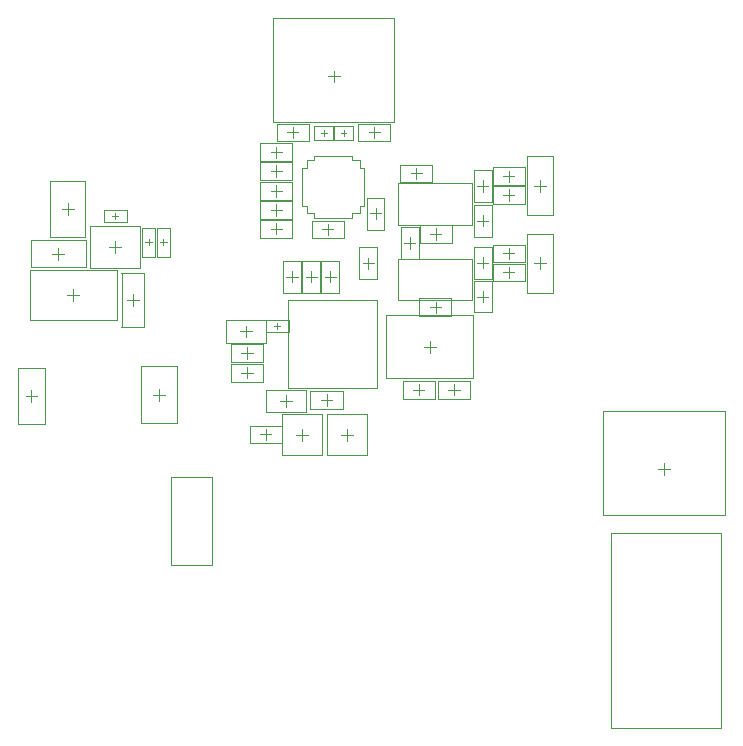
<source format=gbr>
%FSTAX23Y23*%
%MOIN*%
%SFA1B1*%

%IPPOS*%
%ADD114C,0.003937*%
%ADD117C,0.001968*%
%LNpcb_power_measurement_mechanical_15-1*%
%LPD*%
G54D114*
X03654Y03049D02*
X03692D01*
X03673Y0303D02*
Y03067D01*
X04085Y0273D02*
Y02769D01*
X04065Y0275D02*
X04104D01*
X03895Y02619D02*
Y02657D01*
X03876Y02638D02*
X03913D01*
X03895Y02872D02*
Y02909D01*
X03876Y02891D02*
X03913D01*
X04479Y02063D02*
X04498D01*
Y02082*
Y02063D02*
X04518D01*
X04498Y02043D02*
Y02063D01*
X03199Y02539D02*
X0322D01*
X0321Y02529D02*
Y0255D01*
X03218Y0229D02*
X03257D01*
X03238Y0227D02*
Y0231D01*
X03737Y02584D02*
Y02621D01*
X03718Y02603D02*
X03755D01*
X03895Y02988D02*
Y03026D01*
X03876Y03007D02*
X03913D01*
X03355Y02293D02*
X03392D01*
X03374Y02274D02*
Y02312D01*
X03895Y02732D02*
Y02769D01*
X03876Y02751D02*
X03913D01*
X02796Y02311D02*
X02835D01*
X02815Y02291D02*
Y02331D01*
X0251Y02643D02*
X0255D01*
X0253Y02624D02*
Y02663D01*
X0239Y02287D02*
Y02326D01*
X02371Y02307D02*
X0241D01*
X02669Y02783D02*
Y02822D01*
X02649Y02803D02*
X02688D01*
X0267Y02895D02*
Y02915D01*
X0266Y02905D02*
X0268D01*
X02809Y02868D02*
X02852D01*
X02809Y02771D02*
X02852D01*
Y02868*
X02809Y02771D02*
Y02868D01*
X0283Y02809D02*
Y0283D01*
X02819Y02819D02*
X02841D01*
X02759Y02771D02*
X02803D01*
X02759Y02868D02*
X02803D01*
X02759Y02771D02*
Y02868D01*
X02803Y02771D02*
Y02868D01*
X02781Y02809D02*
Y0283D01*
X0277Y02819D02*
X02792D01*
X0246Y0278D02*
X025D01*
X0248Y0276D02*
Y028D01*
X02727Y02607D02*
Y02646D01*
X02707Y02626D02*
X02747D01*
X02492Y0293D02*
X02531D01*
X02511Y0291D02*
Y02949D01*
X04085Y02987D02*
Y03027D01*
X04065Y03007D02*
X04104D01*
X03962Y02977D02*
X03999D01*
X03981Y02958D02*
Y02995D01*
X03962Y02782D02*
X03999D01*
X03981Y02763D02*
Y028D01*
X03962Y02719D02*
X03999D01*
X03981Y027D02*
Y02737D01*
X03652Y02798D02*
Y02835D01*
X03633Y02817D02*
X0367D01*
X03719Y02847D02*
X03756D01*
X03738Y02828D02*
Y02865D01*
X03962Y0304D02*
X03999D01*
X03981Y03021D02*
Y03058D01*
X03293Y02158D02*
Y02197D01*
X03273Y02178D02*
X03312D01*
X03442Y02158D02*
Y02197D01*
X03423Y02178D02*
X03462D01*
X03152Y02179D02*
X03189D01*
X03171Y0216D02*
Y02197D01*
X03663Y02328D02*
X037D01*
X03682Y02309D02*
Y02346D01*
X0378Y02328D02*
X03817D01*
X03799Y02309D02*
Y02346D01*
X03697Y02471D02*
X03737D01*
X03717Y02451D02*
Y02491D01*
X03513Y02731D02*
Y02768D01*
X03494Y0275D02*
X03532D01*
X03385Y02685D02*
Y02722D01*
X03367Y02703D02*
X03404D01*
X03322Y02685D02*
Y02722D01*
X03304Y02703D02*
X03341D01*
X03259Y02685D02*
Y02722D01*
X0324Y02703D02*
X03277D01*
X0309Y02384D02*
X03127D01*
X03109Y02365D02*
Y02403D01*
X0309Y0245D02*
X03127D01*
X03108Y02431D02*
Y02469D01*
X03085Y02522D02*
X03125D01*
X03105Y02502D02*
Y02541D01*
X03537Y02896D02*
Y02933D01*
X03518Y02915D02*
X03555D01*
X03359Y02862D02*
X03396D01*
X03377Y02843D02*
Y0288D01*
X03187Y02927D02*
X03225D01*
X03206Y02908D02*
Y02945D01*
X03187Y03057D02*
X03225D01*
X03206Y03038D02*
Y03075D01*
X03187Y0312D02*
X03225D01*
X03206Y03101D02*
Y03138D01*
X03187Y02864D02*
X03225D01*
X03206Y02845D02*
Y02883D01*
X03187Y0299D02*
X03225D01*
X03206Y02971D02*
Y03009D01*
X03514Y03185D02*
X03552D01*
X03533Y03166D02*
Y03203D01*
X03431Y03173D02*
Y03193D01*
X03421Y03183D02*
X0344D01*
X03364Y03173D02*
Y03193D01*
X03354Y03183D02*
X03374D01*
X03243Y03185D02*
X0328D01*
X03261Y03166D02*
Y03203D01*
X03397Y03352D02*
Y03372D01*
X03417*
X03397D02*
Y03391D01*
X03377Y03372D02*
X03397D01*
G54D117*
X04687Y012D02*
Y0185D01*
X04321D02*
X04687D01*
X04321Y012D02*
X04687D01*
X04321D02*
Y0185D01*
X03613Y02763D02*
X0386D01*
X03613Y02625D02*
X0386D01*
X03613D02*
Y02763D01*
X0386Y02625D02*
Y02763D01*
X03613Y03016D02*
X0386D01*
X03613Y02878D02*
X0386D01*
X03613D02*
Y03016D01*
X0386Y02878D02*
Y03016D01*
X03726Y03019D02*
Y03078D01*
X0362Y03019D02*
Y03078D01*
Y03019D02*
X03726D01*
X0362Y03078D02*
X03726D01*
X04041Y02651D02*
X04128D01*
X04041Y02848D02*
X04128D01*
X04041Y02651D02*
Y02848D01*
X04128Y02651D02*
Y02848D01*
X03865Y02691D02*
X03924D01*
X03865Y02585D02*
X03924D01*
Y02691*
X03865Y02585D02*
Y02691D01*
Y02837D02*
X03924D01*
X03865Y02944D02*
X03924D01*
X03865Y02837D02*
Y02944D01*
X03924Y02837D02*
Y02944D01*
X04701Y01911D02*
Y02258D01*
X04296Y01911D02*
X04701D01*
X04296D02*
Y02258D01*
X04701*
X03247Y0252D02*
Y02559D01*
X03172Y0252D02*
Y02559D01*
Y0252D02*
X03247D01*
X03172Y02559D02*
X03247D01*
X03305Y02252D02*
Y02327D01*
X03171Y02252D02*
Y02327D01*
Y02252D02*
X03305D01*
X03171Y02327D02*
X03305D01*
X03246Y02332D02*
Y02627D01*
X03541*
Y02332D02*
Y02627D01*
X03246Y02332D02*
X03541D01*
X03484Y03068D02*
X03498D01*
X03484D02*
Y03092D01*
X03459D02*
X03484D01*
X03459D02*
Y03106D01*
X03292Y02939D02*
X03307D01*
Y02915D02*
Y02939D01*
X03459Y02901D02*
Y02915D01*
X03484*
X03331Y03092D02*
Y03106D01*
X03307Y03092D02*
X03331D01*
X03307Y03068D02*
Y03092D01*
X03292Y03068D02*
X03307D01*
Y02915D02*
X03331D01*
Y02901D02*
Y02915D01*
X03484D02*
Y02939D01*
X03498*
X03331Y03106D02*
X03459D01*
X03498Y02939D02*
Y03068D01*
X03331Y02901D02*
X03459D01*
X03292Y02939D02*
Y03068D01*
X03683Y02632D02*
X0379D01*
X03683Y02573D02*
X0379D01*
X03683D02*
Y02632D01*
X0379Y02573D02*
Y02632D01*
X03865Y02954D02*
X03924D01*
X03865Y0306D02*
X03924D01*
X03865Y02954D02*
Y0306D01*
X03924Y02954D02*
Y0306D01*
X0332Y02263D02*
Y02322D01*
X03427Y02263D02*
Y02322D01*
X0332D02*
X03427D01*
X0332Y02263D02*
X03427D01*
X03865Y02804D02*
X03924D01*
X03865Y02697D02*
X03924D01*
Y02804*
X03865Y02697D02*
Y02804D01*
X02875Y02217D02*
Y02406D01*
X02756Y02217D02*
Y02406D01*
X02875*
X02756Y02217D02*
X02875D01*
X02384Y02561D02*
Y02726D01*
X02676Y02561D02*
Y02726D01*
X02384D02*
X02676D01*
X02384Y02561D02*
X02676D01*
X02345Y02214D02*
X02436D01*
X02345Y02399D02*
X02436D01*
X02345Y02214D02*
Y02399D01*
X02436Y02214D02*
Y02399D01*
X02586Y02874D02*
X02751D01*
X02586Y02732D02*
X02751D01*
X02586D02*
Y02874D01*
X02751Y02732D02*
Y02874D01*
X02632Y02885D02*
X02707D01*
X02632Y02925D02*
X02707D01*
Y02885D02*
Y02925D01*
X02632Y02885D02*
Y02925D01*
X02387Y02735D02*
Y02825D01*
X02572Y02735D02*
Y02825D01*
X02387D02*
X02572D01*
X02387Y02735D02*
X02572D01*
X02687Y02536D02*
X02766D01*
X02687Y02717D02*
X02766D01*
X02691Y02536D02*
Y02717D01*
X02766Y02536D02*
Y02717D01*
X02452Y02835D02*
Y03024D01*
X0257Y02835D02*
Y03024D01*
X02452Y02835D02*
X0257D01*
X02452Y03024D02*
X0257D01*
X04041Y02909D02*
X04128D01*
X04041Y03106D02*
X04128D01*
X04041Y02909D02*
Y03106D01*
X04128Y02909D02*
Y03106D01*
X04034Y02947D02*
Y03006D01*
X03927Y02947D02*
Y03006D01*
Y02947D02*
X04034D01*
X03927Y03006D02*
X04034D01*
Y02752D02*
Y02811D01*
X03927Y02752D02*
Y02811D01*
Y02752D02*
X04034D01*
X03927Y02811D02*
X04034D01*
Y02689D02*
Y02748D01*
X03927Y02689D02*
Y02748D01*
Y02689D02*
X04034D01*
X03927Y02748D02*
X04034D01*
X03622Y02763D02*
X03681D01*
X03622Y0287D02*
X03681D01*
X03622Y02763D02*
Y0287D01*
X03681Y02763D02*
Y0287D01*
X03791Y02817D02*
Y02876D01*
X03684Y02817D02*
Y02876D01*
Y02817D02*
X03791D01*
X03684Y02876D02*
X03791D01*
X04034Y0301D02*
Y03069D01*
X03927Y0301D02*
Y03069D01*
Y0301D02*
X04034D01*
X03927Y03069D02*
X04034D01*
X02855Y01742D02*
Y02037D01*
X02992Y01742D02*
Y02037D01*
X02855D02*
X02992D01*
X02855Y01742D02*
X02992D01*
X03226Y02245D02*
X0336D01*
X03226Y02111D02*
X0336D01*
X03226D02*
Y02245D01*
X0336Y02111D02*
Y02245D01*
X03375Y02111D02*
X03509D01*
X03375Y02245D02*
X03509D01*
Y02111D02*
Y02245D01*
X03375Y02111D02*
Y02245D01*
X03118Y02149D02*
Y02208D01*
X03224Y02149D02*
Y02208D01*
X03118D02*
X03224D01*
X03118Y02149D02*
X03224D01*
X03628Y02298D02*
Y02357D01*
X03735Y02298D02*
Y02357D01*
X03628D02*
X03735D01*
X03628Y02298D02*
X03735D01*
X03745D02*
Y02357D01*
X03852Y02298D02*
Y02357D01*
X03745D02*
X03852D01*
X03745Y02298D02*
X03852D01*
X03862Y02365D02*
Y02577D01*
X03572Y02365D02*
Y02577D01*
Y02365D02*
X03862D01*
X03572Y02577D02*
X03862D01*
X03483Y02803D02*
X03542D01*
X03483Y02696D02*
X03542D01*
Y02803*
X03483Y02696D02*
Y02803D01*
X03356Y02756D02*
X03415D01*
X03356Y0265D02*
X03415D01*
Y02756*
X03356Y0265D02*
Y02756D01*
X03293D02*
X03352D01*
X03293Y0265D02*
X03352D01*
Y02756*
X03293Y0265D02*
Y02756D01*
X03229Y0265D02*
X03288D01*
X03229Y02756D02*
X03288D01*
X03229Y0265D02*
Y02756D01*
X03288Y0265D02*
Y02756D01*
X03056Y02354D02*
Y02413D01*
X03162Y02354D02*
Y02413D01*
X03056D02*
X03162D01*
X03056Y02354D02*
X03162D01*
X03055Y0242D02*
Y02479D01*
X03161Y0242D02*
Y02479D01*
X03055D02*
X03161D01*
X03055Y0242D02*
X03161D01*
X03038Y02484D02*
Y02559D01*
X03172Y02484D02*
Y02559D01*
X03038D02*
X03172D01*
X03038Y02484D02*
X03172D01*
X03507Y02861D02*
X03566D01*
X03507Y02968D02*
X03566D01*
X03507Y02861D02*
Y02968D01*
X03566Y02861D02*
Y02968D01*
X03431Y02832D02*
Y02891D01*
X03324Y02832D02*
Y02891D01*
Y02832D02*
X03431D01*
X03324Y02891D02*
X03431D01*
X03153Y02897D02*
Y02956D01*
X03259Y02897D02*
Y02956D01*
X03153D02*
X03259D01*
X03153Y02897D02*
X03259D01*
Y03027D02*
Y03086D01*
X03153Y03027D02*
Y03086D01*
Y03027D02*
X03259D01*
X03153Y03086D02*
X03259D01*
X03153Y0309D02*
Y03149D01*
X03259Y0309D02*
Y03149D01*
X03153D02*
X03259D01*
X03153Y0309D02*
X03259D01*
Y02834D02*
Y02893D01*
X03153Y02834D02*
Y02893D01*
Y02834D02*
X03259D01*
X03153Y02893D02*
X03259D01*
Y0296D02*
Y03019D01*
X03153Y0296D02*
Y03019D01*
Y0296D02*
X03259D01*
X03153Y03019D02*
X03259D01*
X0348Y03155D02*
Y03214D01*
X03586Y03155D02*
Y03214D01*
X0348D02*
X03586D01*
X0348Y03155D02*
X03586D01*
X03399Y03159D02*
X03462D01*
X03399Y03207D02*
X03462D01*
Y03159D02*
Y03207D01*
X03399Y03159D02*
Y03207D01*
X03332D02*
X03395D01*
X03332Y03159D02*
X03395D01*
X03332D02*
Y03207D01*
X03395Y03159D02*
Y03207D01*
X03208Y03155D02*
Y03214D01*
X03314Y03155D02*
Y03214D01*
X03208D02*
X03314D01*
X03208Y03155D02*
X03314D01*
X03194Y03567D02*
X036D01*
X03194Y0322D02*
Y03567D01*
Y0322D02*
X036D01*
Y03567*
M02*
</source>
